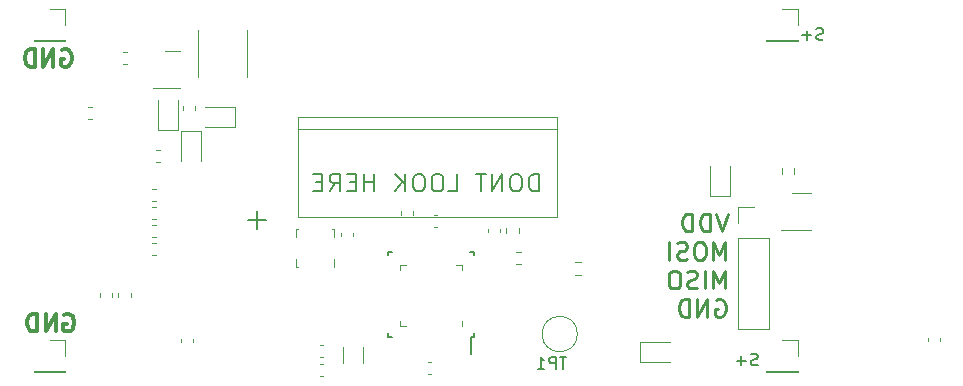
<source format=gbr>
%TF.GenerationSoftware,KiCad,Pcbnew,(6.0.1)*%
%TF.CreationDate,2022-04-20T12:26:56-06:00*%
%TF.ProjectId,SolarGPS,536f6c61-7247-4505-932e-6b696361645f,rev?*%
%TF.SameCoordinates,Original*%
%TF.FileFunction,Legend,Bot*%
%TF.FilePolarity,Positive*%
%FSLAX46Y46*%
G04 Gerber Fmt 4.6, Leading zero omitted, Abs format (unit mm)*
G04 Created by KiCad (PCBNEW (6.0.1)) date 2022-04-20 12:26:56*
%MOMM*%
%LPD*%
G01*
G04 APERTURE LIST*
%ADD10C,0.300000*%
%ADD11C,0.200000*%
%ADD12C,0.250000*%
%ADD13C,0.150000*%
%ADD14C,0.120000*%
G04 APERTURE END LIST*
D10*
X54242857Y-76500000D02*
X54385714Y-76428571D01*
X54600000Y-76428571D01*
X54814285Y-76500000D01*
X54957142Y-76642857D01*
X55028571Y-76785714D01*
X55100000Y-77071428D01*
X55100000Y-77285714D01*
X55028571Y-77571428D01*
X54957142Y-77714285D01*
X54814285Y-77857142D01*
X54600000Y-77928571D01*
X54457142Y-77928571D01*
X54242857Y-77857142D01*
X54171428Y-77785714D01*
X54171428Y-77285714D01*
X54457142Y-77285714D01*
X53528571Y-77928571D02*
X53528571Y-76428571D01*
X52671428Y-77928571D01*
X52671428Y-76428571D01*
X51957142Y-77928571D02*
X51957142Y-76428571D01*
X51600000Y-76428571D01*
X51385714Y-76500000D01*
X51242857Y-76642857D01*
X51171428Y-76785714D01*
X51100000Y-77071428D01*
X51100000Y-77285714D01*
X51171428Y-77571428D01*
X51242857Y-77714285D01*
X51385714Y-77857142D01*
X51600000Y-77928571D01*
X51957142Y-77928571D01*
D11*
X118504761Y-53204761D02*
X118361904Y-53252380D01*
X118123809Y-53252380D01*
X118028571Y-53204761D01*
X117980952Y-53157142D01*
X117933333Y-53061904D01*
X117933333Y-52966666D01*
X117980952Y-52871428D01*
X118028571Y-52823809D01*
X118123809Y-52776190D01*
X118314285Y-52728571D01*
X118409523Y-52680952D01*
X118457142Y-52633333D01*
X118504761Y-52538095D01*
X118504761Y-52442857D01*
X118457142Y-52347619D01*
X118409523Y-52300000D01*
X118314285Y-52252380D01*
X118076190Y-52252380D01*
X117933333Y-52300000D01*
X117504761Y-52871428D02*
X116742857Y-52871428D01*
X117123809Y-53252380D02*
X117123809Y-52490476D01*
X112954761Y-80754761D02*
X112811904Y-80802380D01*
X112573809Y-80802380D01*
X112478571Y-80754761D01*
X112430952Y-80707142D01*
X112383333Y-80611904D01*
X112383333Y-80516666D01*
X112430952Y-80421428D01*
X112478571Y-80373809D01*
X112573809Y-80326190D01*
X112764285Y-80278571D01*
X112859523Y-80230952D01*
X112907142Y-80183333D01*
X112954761Y-80088095D01*
X112954761Y-79992857D01*
X112907142Y-79897619D01*
X112859523Y-79850000D01*
X112764285Y-79802380D01*
X112526190Y-79802380D01*
X112383333Y-79850000D01*
X111954761Y-80421428D02*
X111192857Y-80421428D01*
X111573809Y-80802380D02*
X111573809Y-80040476D01*
D10*
X54042857Y-54100000D02*
X54185714Y-54028571D01*
X54400000Y-54028571D01*
X54614285Y-54100000D01*
X54757142Y-54242857D01*
X54828571Y-54385714D01*
X54900000Y-54671428D01*
X54900000Y-54885714D01*
X54828571Y-55171428D01*
X54757142Y-55314285D01*
X54614285Y-55457142D01*
X54400000Y-55528571D01*
X54257142Y-55528571D01*
X54042857Y-55457142D01*
X53971428Y-55385714D01*
X53971428Y-54885714D01*
X54257142Y-54885714D01*
X53328571Y-55528571D02*
X53328571Y-54028571D01*
X52471428Y-55528571D01*
X52471428Y-54028571D01*
X51757142Y-55528571D02*
X51757142Y-54028571D01*
X51400000Y-54028571D01*
X51185714Y-54100000D01*
X51042857Y-54242857D01*
X50971428Y-54385714D01*
X50900000Y-54671428D01*
X50900000Y-54885714D01*
X50971428Y-55171428D01*
X51042857Y-55314285D01*
X51185714Y-55457142D01*
X51400000Y-55528571D01*
X51757142Y-55528571D01*
D11*
X94421428Y-66078571D02*
X94421428Y-64578571D01*
X94064285Y-64578571D01*
X93850000Y-64650000D01*
X93707142Y-64792857D01*
X93635714Y-64935714D01*
X93564285Y-65221428D01*
X93564285Y-65435714D01*
X93635714Y-65721428D01*
X93707142Y-65864285D01*
X93850000Y-66007142D01*
X94064285Y-66078571D01*
X94421428Y-66078571D01*
X92635714Y-64578571D02*
X92350000Y-64578571D01*
X92207142Y-64650000D01*
X92064285Y-64792857D01*
X91992857Y-65078571D01*
X91992857Y-65578571D01*
X92064285Y-65864285D01*
X92207142Y-66007142D01*
X92350000Y-66078571D01*
X92635714Y-66078571D01*
X92778571Y-66007142D01*
X92921428Y-65864285D01*
X92992857Y-65578571D01*
X92992857Y-65078571D01*
X92921428Y-64792857D01*
X92778571Y-64650000D01*
X92635714Y-64578571D01*
X91350000Y-66078571D02*
X91350000Y-64578571D01*
X90492857Y-66078571D01*
X90492857Y-64578571D01*
X89992857Y-64578571D02*
X89135714Y-64578571D01*
X89564285Y-66078571D02*
X89564285Y-64578571D01*
X86778571Y-66078571D02*
X87492857Y-66078571D01*
X87492857Y-64578571D01*
X85992857Y-64578571D02*
X85707142Y-64578571D01*
X85564285Y-64650000D01*
X85421428Y-64792857D01*
X85350000Y-65078571D01*
X85350000Y-65578571D01*
X85421428Y-65864285D01*
X85564285Y-66007142D01*
X85707142Y-66078571D01*
X85992857Y-66078571D01*
X86135714Y-66007142D01*
X86278571Y-65864285D01*
X86350000Y-65578571D01*
X86350000Y-65078571D01*
X86278571Y-64792857D01*
X86135714Y-64650000D01*
X85992857Y-64578571D01*
X84421428Y-64578571D02*
X84135714Y-64578571D01*
X83992857Y-64650000D01*
X83850000Y-64792857D01*
X83778571Y-65078571D01*
X83778571Y-65578571D01*
X83850000Y-65864285D01*
X83992857Y-66007142D01*
X84135714Y-66078571D01*
X84421428Y-66078571D01*
X84564285Y-66007142D01*
X84707142Y-65864285D01*
X84778571Y-65578571D01*
X84778571Y-65078571D01*
X84707142Y-64792857D01*
X84564285Y-64650000D01*
X84421428Y-64578571D01*
X83135714Y-66078571D02*
X83135714Y-64578571D01*
X82278571Y-66078571D02*
X82921428Y-65221428D01*
X82278571Y-64578571D02*
X83135714Y-65435714D01*
X80492857Y-66078571D02*
X80492857Y-64578571D01*
X80492857Y-65292857D02*
X79635714Y-65292857D01*
X79635714Y-66078571D02*
X79635714Y-64578571D01*
X78921428Y-65292857D02*
X78421428Y-65292857D01*
X78207142Y-66078571D02*
X78921428Y-66078571D01*
X78921428Y-64578571D01*
X78207142Y-64578571D01*
X76707142Y-66078571D02*
X77207142Y-65364285D01*
X77564285Y-66078571D02*
X77564285Y-64578571D01*
X76992857Y-64578571D01*
X76850000Y-64650000D01*
X76778571Y-64721428D01*
X76707142Y-64864285D01*
X76707142Y-65078571D01*
X76778571Y-65221428D01*
X76850000Y-65292857D01*
X76992857Y-65364285D01*
X77564285Y-65364285D01*
X76064285Y-65292857D02*
X75564285Y-65292857D01*
X75350000Y-66078571D02*
X76064285Y-66078571D01*
X76064285Y-64578571D01*
X75350000Y-64578571D01*
D12*
X110419642Y-67956071D02*
X109919642Y-69456071D01*
X109419642Y-67956071D01*
X108919642Y-69456071D02*
X108919642Y-67956071D01*
X108562500Y-67956071D01*
X108348214Y-68027500D01*
X108205357Y-68170357D01*
X108133928Y-68313214D01*
X108062500Y-68598928D01*
X108062500Y-68813214D01*
X108133928Y-69098928D01*
X108205357Y-69241785D01*
X108348214Y-69384642D01*
X108562500Y-69456071D01*
X108919642Y-69456071D01*
X107419642Y-69456071D02*
X107419642Y-67956071D01*
X107062500Y-67956071D01*
X106848214Y-68027500D01*
X106705357Y-68170357D01*
X106633928Y-68313214D01*
X106562500Y-68598928D01*
X106562500Y-68813214D01*
X106633928Y-69098928D01*
X106705357Y-69241785D01*
X106848214Y-69384642D01*
X107062500Y-69456071D01*
X107419642Y-69456071D01*
X110205357Y-71871071D02*
X110205357Y-70371071D01*
X109705357Y-71442500D01*
X109205357Y-70371071D01*
X109205357Y-71871071D01*
X108205357Y-70371071D02*
X107919642Y-70371071D01*
X107776785Y-70442500D01*
X107633928Y-70585357D01*
X107562500Y-70871071D01*
X107562500Y-71371071D01*
X107633928Y-71656785D01*
X107776785Y-71799642D01*
X107919642Y-71871071D01*
X108205357Y-71871071D01*
X108348214Y-71799642D01*
X108491071Y-71656785D01*
X108562500Y-71371071D01*
X108562500Y-70871071D01*
X108491071Y-70585357D01*
X108348214Y-70442500D01*
X108205357Y-70371071D01*
X106991071Y-71799642D02*
X106776785Y-71871071D01*
X106419642Y-71871071D01*
X106276785Y-71799642D01*
X106205357Y-71728214D01*
X106133928Y-71585357D01*
X106133928Y-71442500D01*
X106205357Y-71299642D01*
X106276785Y-71228214D01*
X106419642Y-71156785D01*
X106705357Y-71085357D01*
X106848214Y-71013928D01*
X106919642Y-70942500D01*
X106991071Y-70799642D01*
X106991071Y-70656785D01*
X106919642Y-70513928D01*
X106848214Y-70442500D01*
X106705357Y-70371071D01*
X106348214Y-70371071D01*
X106133928Y-70442500D01*
X105491071Y-71871071D02*
X105491071Y-70371071D01*
X110205357Y-74286071D02*
X110205357Y-72786071D01*
X109705357Y-73857500D01*
X109205357Y-72786071D01*
X109205357Y-74286071D01*
X108491071Y-74286071D02*
X108491071Y-72786071D01*
X107848214Y-74214642D02*
X107633928Y-74286071D01*
X107276785Y-74286071D01*
X107133928Y-74214642D01*
X107062500Y-74143214D01*
X106991071Y-74000357D01*
X106991071Y-73857500D01*
X107062500Y-73714642D01*
X107133928Y-73643214D01*
X107276785Y-73571785D01*
X107562500Y-73500357D01*
X107705357Y-73428928D01*
X107776785Y-73357500D01*
X107848214Y-73214642D01*
X107848214Y-73071785D01*
X107776785Y-72928928D01*
X107705357Y-72857500D01*
X107562500Y-72786071D01*
X107205357Y-72786071D01*
X106991071Y-72857500D01*
X106062500Y-72786071D02*
X105776785Y-72786071D01*
X105633928Y-72857500D01*
X105491071Y-73000357D01*
X105419642Y-73286071D01*
X105419642Y-73786071D01*
X105491071Y-74071785D01*
X105633928Y-74214642D01*
X105776785Y-74286071D01*
X106062500Y-74286071D01*
X106205357Y-74214642D01*
X106348214Y-74071785D01*
X106419642Y-73786071D01*
X106419642Y-73286071D01*
X106348214Y-73000357D01*
X106205357Y-72857500D01*
X106062500Y-72786071D01*
X109419642Y-75272500D02*
X109562500Y-75201071D01*
X109776785Y-75201071D01*
X109991071Y-75272500D01*
X110133928Y-75415357D01*
X110205357Y-75558214D01*
X110276785Y-75843928D01*
X110276785Y-76058214D01*
X110205357Y-76343928D01*
X110133928Y-76486785D01*
X109991071Y-76629642D01*
X109776785Y-76701071D01*
X109633928Y-76701071D01*
X109419642Y-76629642D01*
X109348214Y-76558214D01*
X109348214Y-76058214D01*
X109633928Y-76058214D01*
X108705357Y-76701071D02*
X108705357Y-75201071D01*
X107848214Y-76701071D01*
X107848214Y-75201071D01*
X107133928Y-76701071D02*
X107133928Y-75201071D01*
X106776785Y-75201071D01*
X106562500Y-75272500D01*
X106419642Y-75415357D01*
X106348214Y-75558214D01*
X106276785Y-75843928D01*
X106276785Y-76058214D01*
X106348214Y-76343928D01*
X106419642Y-76486785D01*
X106562500Y-76629642D01*
X106776785Y-76701071D01*
X107133928Y-76701071D01*
D13*
%TO.C,TP1*%
X96761904Y-80102380D02*
X96190476Y-80102380D01*
X96476190Y-81102380D02*
X96476190Y-80102380D01*
X95857142Y-81102380D02*
X95857142Y-80102380D01*
X95476190Y-80102380D01*
X95380952Y-80150000D01*
X95333333Y-80197619D01*
X95285714Y-80292857D01*
X95285714Y-80435714D01*
X95333333Y-80530952D01*
X95380952Y-80578571D01*
X95476190Y-80626190D01*
X95857142Y-80626190D01*
X94333333Y-81102380D02*
X94904761Y-81102380D01*
X94619047Y-81102380D02*
X94619047Y-80102380D01*
X94714285Y-80245238D01*
X94809523Y-80340476D01*
X94904761Y-80388095D01*
D11*
%TO.C,C8*%
X69838095Y-68507142D02*
X71361904Y-68507142D01*
X70600000Y-67745238D02*
X70600000Y-69269047D01*
D14*
%TO.C,TP1*%
X97700000Y-78150000D02*
G75*
G03*
X97700000Y-78150000I-1500000J0D01*
G01*
%TO.C,R3*%
X59237221Y-54290000D02*
X59562779Y-54290000D01*
X59237221Y-55310000D02*
X59562779Y-55310000D01*
%TO.C,C5*%
X128360000Y-78459420D02*
X128360000Y-78740580D01*
X127340000Y-78459420D02*
X127340000Y-78740580D01*
%TO.C,C9*%
X56562779Y-59910000D02*
X56237221Y-59910000D01*
X56562779Y-58890000D02*
X56237221Y-58890000D01*
%TO.C,C20*%
X62312779Y-62540000D02*
X61987221Y-62540000D01*
X62312779Y-63560000D02*
X61987221Y-63560000D01*
%TO.C,C26*%
X78710000Y-69559420D02*
X78710000Y-69840580D01*
X77690000Y-69559420D02*
X77690000Y-69840580D01*
%TO.C,U6*%
X77110000Y-69290000D02*
X76935000Y-69290000D01*
X73890000Y-72510000D02*
X74065000Y-72510000D01*
X77110000Y-71835000D02*
X77110000Y-72510000D01*
X73890000Y-69290000D02*
X74065000Y-69290000D01*
X73890000Y-69965000D02*
X73890000Y-69290000D01*
X73890000Y-71835000D02*
X73890000Y-72510000D01*
X77110000Y-69965000D02*
X77110000Y-69290000D01*
%TO.C,R7*%
X114977500Y-64112742D02*
X114977500Y-64587258D01*
X116022500Y-64112742D02*
X116022500Y-64587258D01*
%TO.C,TH1*%
X92462742Y-72222500D02*
X92937258Y-72222500D01*
X92462742Y-71177500D02*
X92937258Y-71177500D01*
%TO.C,C10*%
X76140580Y-81710000D02*
X75859420Y-81710000D01*
X76140580Y-80690000D02*
X75859420Y-80690000D01*
%TO.C,J2*%
X54330000Y-78670000D02*
X53000000Y-78670000D01*
X54330000Y-80000000D02*
X54330000Y-78670000D01*
X51670000Y-81270000D02*
X51670000Y-81330000D01*
X54330000Y-81270000D02*
X51670000Y-81270000D01*
X54330000Y-81330000D02*
X51670000Y-81330000D01*
X54330000Y-81270000D02*
X54330000Y-81330000D01*
%TO.C,U3*%
X82690000Y-77510000D02*
X83165000Y-77510000D01*
X82690000Y-72765000D02*
X82690000Y-72290000D01*
X82690000Y-72290000D02*
X83165000Y-72290000D01*
X87910000Y-72765000D02*
X87910000Y-72290000D01*
X82690000Y-77035000D02*
X82690000Y-77510000D01*
X87910000Y-72290000D02*
X87435000Y-72290000D01*
X87910000Y-77035000D02*
X87910000Y-77510000D01*
D13*
%TO.C,U4*%
X81675000Y-71175000D02*
X82000000Y-71175000D01*
X81675000Y-71175000D02*
X81675000Y-71500000D01*
X88925000Y-78425000D02*
X88700000Y-78425000D01*
X88925000Y-78425000D02*
X88925000Y-78100000D01*
X81675000Y-78425000D02*
X81675000Y-78100000D01*
X88700000Y-78425000D02*
X88700000Y-79850000D01*
X88925000Y-71175000D02*
X88600000Y-71175000D01*
X81675000Y-78425000D02*
X82000000Y-78425000D01*
X88925000Y-71175000D02*
X88925000Y-71500000D01*
D14*
%TO.C,C14*%
X85340580Y-80490000D02*
X85059420Y-80490000D01*
X85340580Y-81510000D02*
X85059420Y-81510000D01*
%TO.C,C21*%
X57290000Y-74990580D02*
X57290000Y-74709420D01*
X58310000Y-74990580D02*
X58310000Y-74709420D01*
%TO.C,J3*%
X54330000Y-53270000D02*
X54330000Y-53330000D01*
X54330000Y-50670000D02*
X53000000Y-50670000D01*
X54330000Y-53270000D02*
X51670000Y-53270000D01*
X54330000Y-52000000D02*
X54330000Y-50670000D01*
X54330000Y-53330000D02*
X51670000Y-53330000D01*
X51670000Y-53270000D02*
X51670000Y-53330000D01*
%TO.C,C17*%
X82790000Y-68040580D02*
X82790000Y-67759420D01*
X83810000Y-68040580D02*
X83810000Y-67759420D01*
%TO.C,C3*%
X61709420Y-70440000D02*
X61990580Y-70440000D01*
X61709420Y-71460000D02*
X61990580Y-71460000D01*
%TO.C,C22*%
X65290000Y-58884420D02*
X65290000Y-59165580D01*
X64270000Y-58884420D02*
X64270000Y-59165580D01*
%TO.C,D1*%
X103000000Y-80500000D02*
X103000000Y-78800000D01*
X103000000Y-78800000D02*
X105550000Y-78800000D01*
X103000000Y-80500000D02*
X105550000Y-80500000D01*
%TO.C,C8*%
X74000000Y-60750000D02*
X96000000Y-60750000D01*
X96000000Y-59750000D02*
X96000000Y-68250000D01*
X74000000Y-68250000D02*
X96000000Y-68250000D01*
X74000000Y-59750000D02*
X96000000Y-59750000D01*
X74000000Y-59750000D02*
X74000000Y-68250000D01*
%TO.C,C19*%
X85559420Y-68090000D02*
X85840580Y-68090000D01*
X85559420Y-69110000D02*
X85840580Y-69110000D01*
%TO.C,C2*%
X59860000Y-74709420D02*
X59860000Y-74990580D01*
X58840000Y-74709420D02*
X58840000Y-74990580D01*
%TO.C,D5*%
X64150000Y-60950000D02*
X64150000Y-63500000D01*
X64150000Y-60950000D02*
X65850000Y-60950000D01*
X65850000Y-60950000D02*
X65850000Y-63500000D01*
%TO.C,U1*%
X116700000Y-66190000D02*
X117500000Y-66190000D01*
X116700000Y-66190000D02*
X115900000Y-66190000D01*
X116700000Y-69310000D02*
X114900000Y-69310000D01*
X116700000Y-69310000D02*
X117500000Y-69310000D01*
%TO.C,C16*%
X61709420Y-67390000D02*
X61990580Y-67390000D01*
X61709420Y-68410000D02*
X61990580Y-68410000D01*
%TO.C,D3*%
X110600000Y-66500000D02*
X110600000Y-63950000D01*
X108900000Y-66500000D02*
X108900000Y-63950000D01*
X110600000Y-66500000D02*
X108900000Y-66500000D01*
%TO.C,D4*%
X63850000Y-60850000D02*
X62150000Y-60850000D01*
X63850000Y-60850000D02*
X63850000Y-58300000D01*
X62150000Y-60850000D02*
X62150000Y-58300000D01*
%TO.C,C7*%
X91160000Y-69540580D02*
X91160000Y-69259420D01*
X90140000Y-69540580D02*
X90140000Y-69259420D01*
%TO.C,C18*%
X65110000Y-78840580D02*
X65110000Y-78559420D01*
X64090000Y-78840580D02*
X64090000Y-78559420D01*
%TO.C,C6*%
X61709420Y-68940000D02*
X61990580Y-68940000D01*
X61709420Y-69960000D02*
X61990580Y-69960000D01*
%TO.C,J6*%
X116330000Y-53270000D02*
X116330000Y-53330000D01*
X116330000Y-53330000D02*
X113670000Y-53330000D01*
X116330000Y-50670000D02*
X115000000Y-50670000D01*
X116330000Y-52000000D02*
X116330000Y-50670000D01*
X116330000Y-53270000D02*
X113670000Y-53270000D01*
X113670000Y-53270000D02*
X113670000Y-53330000D01*
%TO.C,R2*%
X97987258Y-73122500D02*
X97512742Y-73122500D01*
X97987258Y-72077500D02*
X97512742Y-72077500D01*
%TO.C,C4*%
X76140580Y-79090000D02*
X75859420Y-79090000D01*
X76140580Y-80110000D02*
X75859420Y-80110000D01*
%TO.C,J5*%
X113670000Y-81270000D02*
X113670000Y-81330000D01*
X116330000Y-80000000D02*
X116330000Y-78670000D01*
X116330000Y-81270000D02*
X113670000Y-81270000D01*
X116330000Y-81330000D02*
X113670000Y-81330000D01*
X116330000Y-81270000D02*
X116330000Y-81330000D01*
X116330000Y-78670000D02*
X115000000Y-78670000D01*
%TO.C,J8*%
X113955000Y-77700000D02*
X111295000Y-77700000D01*
X113955000Y-70020000D02*
X113955000Y-77700000D01*
X112625000Y-67420000D02*
X111295000Y-67420000D01*
X111295000Y-70020000D02*
X111295000Y-77700000D01*
X111295000Y-67420000D02*
X111295000Y-68750000D01*
X113955000Y-70020000D02*
X111295000Y-70020000D01*
%TO.C,D6*%
X68700000Y-60600000D02*
X66150000Y-60600000D01*
X68700000Y-58900000D02*
X66150000Y-58900000D01*
X68700000Y-58900000D02*
X68700000Y-60600000D01*
%TO.C,L1*%
X69750000Y-52400000D02*
X69750000Y-56400000D01*
X65550000Y-52400000D02*
X65550000Y-56400000D01*
%TO.C,R1*%
X91677500Y-69162742D02*
X91677500Y-69637258D01*
X92722500Y-69162742D02*
X92722500Y-69637258D01*
%TO.C,Q1*%
X63400000Y-54190000D02*
X64050000Y-54190000D01*
X63400000Y-57310000D02*
X64050000Y-57310000D01*
X63400000Y-57310000D02*
X61725000Y-57310000D01*
X63400000Y-54190000D02*
X62750000Y-54190000D01*
%TO.C,Y1*%
X77825000Y-79225000D02*
X77825000Y-80575000D01*
X79575000Y-79225000D02*
X79575000Y-80575000D01*
%TO.C,C15*%
X61990580Y-65840000D02*
X61709420Y-65840000D01*
X61990580Y-66860000D02*
X61709420Y-66860000D01*
%TD*%
M02*

</source>
